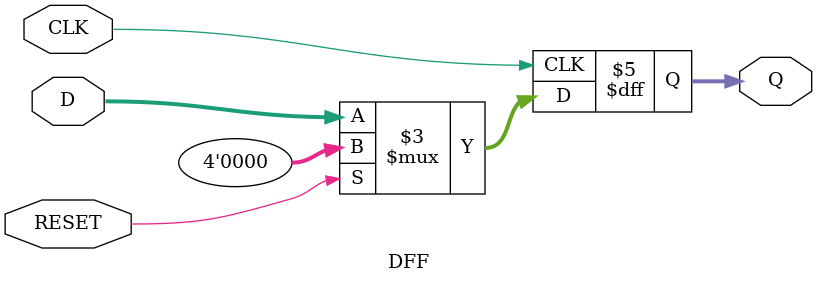
<source format=sv>
`timescale 1ns / 1ps

module DFF(
    input [3:0] D,
    input CLK,    
    input RESET,
    output reg [3:0] Q
    );
    
    always_ff @(posedge CLK) begin                             
       if (RESET)
            Q <= 4'b0000;
       else
            Q <= D;
               
    end         
endmodule
</source>
